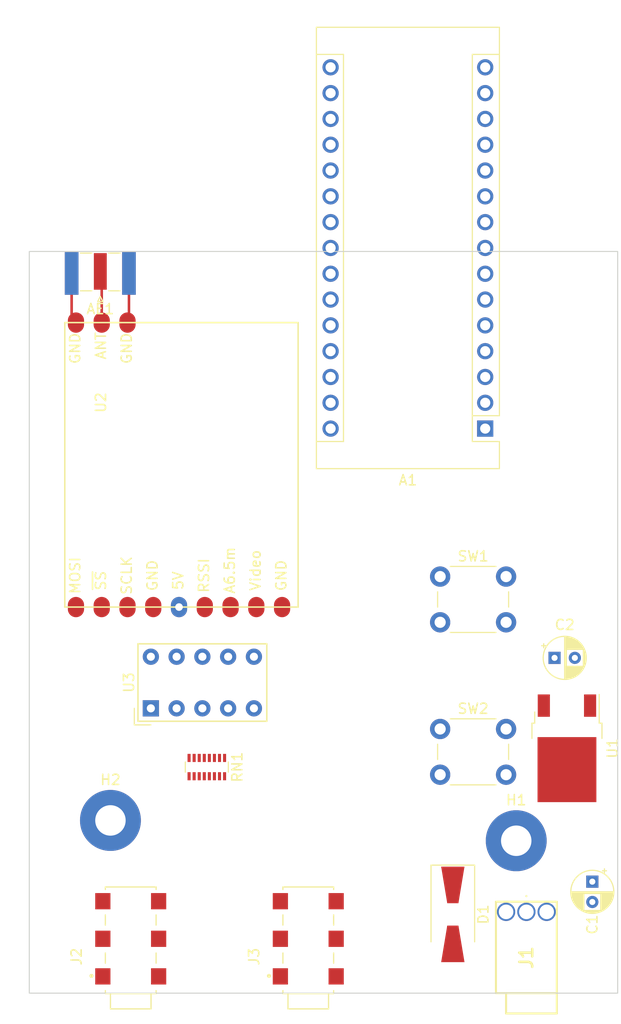
<source format=kicad_pcb>
(kicad_pcb (version 20221018) (generator pcbnew)
  (layers (0 "F.Cu" signal) (31 "B.Cu" signal) (34 "B.Paste" user) (35 "F.Paste" user) (36 "B.SilkS" user "B.Silkscreen") (37 "F.SilkS" user "F.Silkscreen") (38 "B.Mask" user) (39 "F.Mask" user) (44 "Edge.Cuts" user))
  (net 0 "")
  (net 1 "/TX")
  (net 2 "/RX")
  (net 5 "/SW1")
  (net 6 "/SW2")
  (net 7 "/RSSI_out")
  (net 9 "/7seg_a")
  (net 10 "/7seg_b")
  (net 11 "/7seg_c")
  (net 12 "/7seg_d")
  (net 13 "/MOSI")
  (net 14 "/RX5808_CS")
  (net 15 "/CLK")
  (net 16 "/7seg_dp")
  (net 19 "/7seg_e")
  (net 20 "/7seg_f")
  (net 21 "/7seg_g")
  (net 22 "/7seg_d0")
  (net 23 "/7seg_d1")
  (net 26 "/RSSI")
  (net 27 "+5V")
  (net 31 "Net-(AE1-Pad1)")
  (net 32 "Net-(AE1-Pad2)")
  (net 33 "Net-(C1-Pad1)")
  (net 34 "GND")
  (net 35 "+BATT")
  (net 36 "Net-(RN1-Pad1)")
  (net 37 "Net-(RN1-Pad2)")
  (net 38 "Net-(RN1-Pad3)")
  (net 39 "Net-(RN1-Pad4)")
  (net 40 "Net-(RN1-Pad5)")
  (net 41 "Net-(RN1-Pad6)")
  (net 42 "Net-(RN1-Pad7)")
  (net 43 "Net-(RN1-Pad8)")
  (net 44 "/7seg_d2")
  (footprint "Display_7Segment:HDSP-7401" (layer "F.Cu") (at 210.9825 97.9675 90)
    (fp_text reference "U3" (at 2.54 -2.159 90) (layer "F.SilkS"))
    (fp_text value "D2821ASR")
    (fp_line (start -1.63 -1.63) (end 0 -1.63) (stroke (width 0.12)) (layer "F.SilkS"))
    (fp_line (start -1.63 0) (end -1.63 -1.63) (stroke (width 0.12)) (layer "F.SilkS"))
    (fp_line (start -1.27 -1.27) (end -1.27 11.43) (stroke (width 0.15)) (layer "F.SilkS"))
    (fp_line (start -1.27 11.43) (end 6.35 11.43) (stroke (width 0.15)) (layer "F.SilkS"))
    (fp_line (start 6.35 -1.27) (end -1.27 -1.27) (stroke (width 0.15)) (layer "F.SilkS"))
    (fp_line (start 6.35 11.43) (end 6.35 -1.27) (stroke (width 0.15)) (layer "F.SilkS"))
    (pad "1" thru_hole rect locked (at 0 0 90) (size 1.6 1.6) (drill 0.8) (layers "*.Cu" "*.Mask") (net 39 "Net-(RN1-Pad4)"))
    (pad "2" thru_hole circle locked (at 0 2.54 90) (size 1.6 1.6) (drill 0.8) (layers "*.Cu" "*.Mask") (net 40 "Net-(RN1-Pad5)"))
    (pad "3" thru_hole circle locked (at 0 5.08 90) (size 1.6 1.6) (drill 0.8) (layers "*.Cu" "*.Mask") (net 41 "Net-(RN1-Pad6)"))
    (pad "4" thru_hole circle locked (at 0 7.62 90) (size 1.6 1.6) (drill 0.8) (layers "*.Cu" "*.Mask") (net 37 "Net-(RN1-Pad2)"))
    (pad "5" thru_hole circle locked (at 0 10.16 90) (size 1.6 1.6) (drill 0.8) (layers "*.Cu" "*.Mask") (net 36 "Net-(RN1-Pad1)"))
    (pad "6" thru_hole circle locked (at 5.08 10.16 90) (size 1.6 1.6) (drill 0.8) (layers "*.Cu" "*.Mask") (net 44 "/7seg_d2"))
    (pad "7" thru_hole circle locked (at 5.08 7.62 90) (size 1.6 1.6) (drill 0.8) (layers "*.Cu" "*.Mask") (net 43 "Net-(RN1-Pad8)"))
    (pad "8" thru_hole circle locked (at 5.08 5.08 90) (size 1.6 1.6) (drill 0.8) (layers "*.Cu" "*.Mask") (net 42 "Net-(RN1-Pad7)"))
    (pad "9" thru_hole circle locked (at 5.08 2.54 90) (size 1.6 1.6) (drill 0.8) (layers "*.Cu" "*.Mask") (net 23 "/7seg_d1"))
    (pad "10" thru_hole circle locked (at 5.08 0 90) (size 1.6 1.6) (drill 0.8) (layers "*.Cu" "*.Mask") (net 38 "Net-(RN1-Pad3)"))
  )
  (footprint "RX5808:CUI_SJ2-25414D-SMT-TR" (layer "F.Cu") (at 209 120.75 90)
    (fp_text reference "J2" (at -1.6537 -5.34267 90) (layer "F.SilkS") (effects (font (size 1.001622 1.001622))))
    (fp_text value "SJ2-25414D-SMT-TR")
    (fp_line (start -6.8 -2) (end -6.8 2) (stroke (width 0.127)) (layer "F.SilkS"))
    (fp_line (start -6.8 2) (end -5.3 2) (stroke (width 0.127)) (layer "F.SilkS"))
    (fp_line (start -5.3 -2.5) (end -5 -2.5) (stroke (width 0.127)) (layer "F.SilkS"))
    (fp_line (start -5.3 -2) (end -6.8 -2) (stroke (width 0.127)) (layer "F.SilkS"))
    (fp_line (start -5.3 -2) (end -5.3 -2.5) (stroke (width 0.127)) (layer "F.SilkS"))
    (fp_line (start -5.3 2) (end -5.3 -2) (stroke (width 0.127)) (layer "F.SilkS"))
    (fp_line (start -5.3 2.5) (end -5.3 2) (stroke (width 0.127)) (layer "F.SilkS"))
    (fp_line (start -5.3 2.5) (end -5 2.5) (stroke (width 0.127)) (layer "F.SilkS"))
    (fp_line (start -2.3 -2.5) (end -1.3 -2.5) (stroke (width 0.127)) (layer "F.SilkS"))
    (fp_line (start -2.3 2.5) (end -1.3 2.5) (stroke (width 0.127)) (layer "F.SilkS"))
    (fp_line (start 1.45 -2.5) (end 2.45 -2.5) (stroke (width 0.127)) (layer "F.SilkS"))
    (fp_line (start 1.45 2.5) (end 2.45 2.5) (stroke (width 0.127)) (layer "F.SilkS"))
    (fp_line (start 4.95 -2.5) (end 5.2 -2.5) (stroke (width 0.127)) (layer "F.SilkS"))
    (fp_line (start 4.95 2.5) (end 5.2 2.5) (stroke (width 0.127)) (layer "F.SilkS"))
    (fp_line (start 5.2 -2.5) (end 5.2 2.5) (stroke (width 0.127)) (layer "F.SilkS"))
    (fp_circle (center -3.55 -3.873) (end -3.45 -3.873) (stroke (width 0.2)) (fill none) (layer "F.SilkS"))
    (pad "" np_thru_hole circle (at -2.5 0 90) (size 1.5 1.5) (drill 1.5) (layers "*.Cu" "*.Mask"))
    (pad "" np_thru_hole circle (at 2.5 0 90) (size 1.5 1.5) (drill 1.5) (layers "*.Cu" "*.Mask"))
    (pad "1" smd rect (at -3.6 -2.75 90) (size 1.6 1.5) (layers "F.Cu" "F.Paste" "F.Mask"))
    (pad "2" smd rect (at 0.1 2.75 90) (size 1.6 1.5) (layers "F.Cu" "F.Paste" "F.Mask"))
    (pad "3" smd rect (at 0.1 -2.75 90) (size 1.6 1.5) (layers "F.Cu" "F.Paste" "F.Mask"))
    (pad "4" smd rect (at -3.6 2.75 90) (size 1.6 1.5) (layers "F.Cu" "F.Paste" "F.Mask"))
    (pad "10" smd rect (at 3.8 2.75 90) (size 1.6 1.5) (layers "F.Cu" "F.Paste" "F.Mask"))
    (pad "11" smd rect (at 3.8 -2.75 90) (size 1.6 1.5) (layers "F.Cu" "F.Paste" "F.Mask"))
  )
  (footprint "RX5808:RX5808" (layer "F.Cu") (at 202.5 60 -90)
    (fp_text reference "U2" (at 7.874 -3.556 90) (layer "F.SilkS"))
    (fp_text value "RX5808")
    (fp_text user "GND" (at 2.54 -1.016 90) (layer "F.SilkS"))
    (fp_text user "GND" (at 2.54 -6.096 90) (layer "F.SilkS"))
    (fp_text user "A6.5m" (at 24.384 -16.256 90) (layer "F.SilkS"))
    (fp_text user "~{SS}" (at 25.4 -3.556 90) (layer "F.SilkS"))
    (fp_text user "GND" (at 24.892 -8.636 90) (layer "F.SilkS"))
    (fp_text user "MOSI" (at 24.892 -1.016 90) (layer "F.SilkS"))
    (fp_text user "ANT" (at 2.286 -3.556 90) (layer "F.SilkS"))
    (fp_text user "SCLK" (at 24.892 -6.096 90) (layer "F.SilkS"))
    (fp_text user "RSSI" (at 24.892 -13.716 90) (layer "F.SilkS"))
    (fp_text user "Video" (at 24.384 -18.796 90) (layer "F.SilkS"))
    (fp_text user "5V" (at 25.4 -11.176 90) (layer "F.SilkS"))
    (fp_text user "GND" (at 24.892 -21.336 90) (layer "F.SilkS"))
    (fp_line (start 0 -23) (end 0 0) (stroke (width 0.15)) (layer "F.SilkS"))
    (fp_line (start 0 0) (end 28 0) (stroke (width 0.15)) (layer "F.SilkS"))
    (fp_line (start 28 -23) (end 0 -23) (stroke (width 0.15)) (layer "F.SilkS"))
    (fp_line (start 28 0) (end 28 -23) (stroke (width 0.15)) (layer "F.SilkS"))
    (pad "1" smd oval locked (at 28 -21.42 270) (size 2 1.6) (layers "F.Cu" "F.Paste" "F.Mask") (net 34 "GND"))
    (pad "2" smd oval locked (at 28 -18.88 270) (size 2 1.6) (layers "F.Cu" "F.Paste" "F.Mask"))
    (pad "3" smd oval locked (at 28 -16.34 270) (size 2 1.6) (layers "F.Cu" "F.Paste" "F.Mask"))
    (pad "4" smd oval locked (at 28 -13.8 270) (size 2 1.6) (layers "F.Cu" "F.Paste" "F.Mask") (net 26 "/RSSI"))
    (pad "5" thru_hole oval locked (at 28 -11.26 270) (size 2 1.6) (drill oval 0.75) (layers "*.Cu" "*.Mask") (net 27 "+5V"))
    (pad "6" smd oval locked (at 28 -8.72 270) (size 2 1.6) (layers "F.Cu" "F.Paste" "F.Mask") (net 34 "GND"))
    (pad "7" smd oval locked (at 28 -6.18 270) (size 2 1.6) (layers "F.Cu" "F.Paste" "F.Mask") (net 15 "/CLK"))
    (pad "8" smd oval locked (at 28 -3.64 270) (size 2 1.6) (layers "F.Cu" "F.Paste" "F.Mask") (net 14 "/RX5808_CS"))
    (pad "9" smd oval locked (at 28 -1.1 270) (size 2 1.6) (layers "F.Cu" "F.Paste" "F.Mask") (net 13 "/MOSI"))
    (pad "10" smd oval locked (at 0 -6.18 270) (size 2 1.6) (layers "F.Cu" "F.Paste" "F.Mask") (net 32 "Net-(AE1-Pad2)"))
    (pad "11" smd oval locked (at 0 -3.64 270) (size 2 1.6) (layers "F.Cu" "F.Paste" "F.Mask") (net 31 "Net-(AE1-Pad1)"))
    (pad "12" smd oval locked (at 0 -1.1 270) (size 2 1.6) (layers "F.Cu" "F.Paste" "F.Mask") (net 32 "Net-(AE1-Pad2)"))
  )
  (footprint "Connector_Coaxial:SMA_Samtec_SMA-J-P-X-ST-EM1_EdgeMount" (layer "F.Cu") (at 206 55.1625 180)
    (fp_text reference "AE1" (at 0 -3.5) (layer "F.SilkS"))
    (fp_text value "Antenna_Shield")
    (fp_line (start -1.95 -1.71) (end -0.84 -1.71) (stroke (width 0.12)) (layer "F.SilkS"))
    (fp_line (start -1.95 2) (end -0.84 2) (stroke (width 0.12)) (layer "F.SilkS"))
    (fp_line (start -0.25 -2.76) (end 0 -2.26) (stroke (width 0.12)) (layer "F.SilkS"))
    (fp_line (start 0 -2.26) (end 0.25 -2.76) (stroke (width 0.12)) (layer "F.SilkS"))
    (fp_line (start 0.25 -2.76) (end -0.25 -2.76) (stroke (width 0.12)) (layer "F.SilkS"))
    (fp_line (start 0.84 -1.71) (end 1.95 -1.71) (stroke (width 0.12)) (layer "F.SilkS"))
    (fp_line (start 0.84 2) (end 1.95 2) (stroke (width 0.12)) (layer "F.SilkS"))
    (pad "1" smd rect locked (at 0 0.2 180) (size 1.27 3.6) (layers "F.Cu" "F.Paste" "F.Mask") (net 31 "Net-(AE1-Pad1)"))
    (pad "2" smd rect locked (at -2.825 0 180) (size 1.35 4.2) (layers "F.Cu" "F.Paste" "F.Mask") (net 32 "Net-(AE1-Pad2)"))
    (pad "2" smd rect locked (at -2.825 0 180) (size 1.35 4.2) (layers "B.Cu" "B.Paste" "B.Mask") (net 32 "Net-(AE1-Pad2)"))
    (pad "2" smd rect locked (at 2.825 0 180) (size 1.35 4.2) (layers "F.Cu" "F.Paste" "F.Mask") (net 32 "Net-(AE1-Pad2)"))
    (pad "2" smd rect locked (at 2.825 0 180) (size 1.35 4.2) (layers "B.Cu" "B.Paste" "B.Mask") (net 32 "Net-(AE1-Pad2)"))
  )
  (footprint "Capacitor_THT:CP_Radial_D4.0mm_P2.00mm" (layer "F.Cu") (at 254.5 115.027401 -90)
    (fp_text reference "C1" (at 4.222599 0 90) (layer "F.SilkS"))
    (fp_text value "47u16V")
    (fp_line (start -1.269801 -1.195) (end -0.869801 -1.195) (stroke (width 0.12)) (layer "F.SilkS"))
    (fp_line (start -1.069801 -1.395) (end -1.069801 -0.995) (stroke (width 0.12)) (layer "F.SilkS"))
    (fp_line (start 1 -2.08) (end 1 2.08) (stroke (width 0.12)) (layer "F.SilkS"))
    (fp_line (start 1.04 -2.08) (end 1.04 2.08) (stroke (width 0.12)) (layer "F.SilkS"))
    (fp_line (start 1.08 -2.079) (end 1.08 2.079) (stroke (width 0.12)) (layer "F.SilkS"))
    (fp_line (start 1.12 -2.077) (end 1.12 2.077) (stroke (width 0.12)) (layer "F.SilkS"))
    (fp_line (start 1.16 -2.074) (end 1.16 2.074) (stroke (width 0.12)) (layer "F.SilkS"))
    (fp_line (start 1.2 -2.071) (end 1.2 -0.84) (stroke (width 0.12)) (layer "F.SilkS"))
    (fp_line (start 1.2 0.84) (end 1.2 2.071) (stroke (width 0.12)) (layer "F.SilkS"))
    (fp_line (start 1.24 -2.067) (end 1.24 -0.84) (stroke (width 0.12)) (layer "F.SilkS"))
    (fp_line (start 1.24 0.84) (end 1.24 2.067) (stroke (width 0.12)) (layer "F.SilkS"))
    (fp_line (start 1.28 -2.062) (end 1.28 -0.84) (stroke (width 0.12)) (layer "F.SilkS"))
    (fp_line (start 1.28 0.84) (end 1.28 2.062) (stroke (width 0.12)) (layer "F.SilkS"))
    (fp_line (start 1.32 -2.056) (end 1.32 -0.84) (stroke (width 0.12)) (layer "F.SilkS"))
    (fp_line (start 1.32 0.84) (end 1.32 2.056) (stroke (width 0.12)) (layer "F.SilkS"))
    (fp_line (start 1.36 -2.05) (end 1.36 -0.84) (stroke (width 0.12)) (layer "F.SilkS"))
    (fp_line (start 1.36 0.84) (end 1.36 2.05) (stroke (width 0.12)) (layer "F.SilkS"))
    (fp_line (start 1.4 -2.042) (end 1.4 -0.84) (stroke (width 0.12)) (layer "F.SilkS"))
    (fp_line (start 1.4 0.84) (end 1.4 2.042) (stroke (width 0.12)) (layer "F.SilkS"))
    (fp_line (start 1.44 -2.034) (end 1.44 -0.84) (stroke (width 0.12)) (layer "F.SilkS"))
    (fp_line (start 1.44 0.84) (end 1.44 2.034) (stroke (width 0.12)) (layer "F.SilkS"))
    (fp_line (start 1.48 -2.025) (end 1.48 -0.84) (stroke (width 0.12)) (layer "F.SilkS"))
    (fp_line (start 1.48 0.84) (end 1.48 2.025) (stroke (width 0.12)) (layer "F.SilkS"))
    (fp_line (start 1.52 -2.016) (end 1.52 -0.84) (stroke (width 0.12)) (layer "F.SilkS"))
    (fp_line (start 1.52 0.84) (end 1.52 2.016) (stroke (width 0.12)) (layer "F.SilkS"))
    (fp_line (start 1.56 -2.005) (end 1.56 -0.84) (stroke (width 0.12)) (layer "F.SilkS"))
    (fp_line (start 1.56 0.84) (end 1.56 2.005) (stroke (width 0.12)) (layer "F.SilkS"))
    (fp_line (start 1.6 -1.994) (end 1.6 -0.84) (stroke (width 0.12)) (layer "F.SilkS"))
    (fp_line (start 1.6 0.84) (end 1.6 1.994) (stroke (width 0.12)) (layer "F.SilkS"))
    (fp_line (start 1.64 -1.982) (end 1.64 -0.84) (stroke (width 0.12)) (layer "F.SilkS"))
    (fp_line (start 1.64 0.84) (end 1.64 1.982) (stroke (width 0.12)) (layer "F.SilkS"))
    (fp_line (start 1.68 -1.968) (end 1.68 -0.84) (stroke (width 0.12)) (layer "F.SilkS"))
    (fp_line (start 1.68 0.84) (end 1.68 1.968) (stroke (width 0.12)) (layer "F.SilkS"))
    (fp_line (start 1.721 -1.954) (end 1.721 -0.84) (stroke (width 0.12)) (layer "F.SilkS"))
    (fp_line (start 1.721 0.84) (end 1.721 1.954) (stroke (width 0.12)) (layer "F.SilkS"))
    (fp_line (start 1.761 -1.94) (end 1.761 -0.84) (stroke (width 0.12)) (layer "F.SilkS"))
    (fp_line (start 1.761 0.84) (end 1.761 1.94) (stroke (width 0.12)) (layer "F.SilkS"))
    (fp_line (start 1.801 -1.924) (end 1.801 -0.84) (stroke (width 0.12)) (layer "F.SilkS"))
    (fp_line (start 1.801 0.84) (end 1.801 1.924) (stroke (width 0.12)) (layer "F.SilkS"))
    (fp_line (start 1.841 -1.907) (end 1.841 -0.84) (stroke (width 0.12)) (layer "F.SilkS"))
    (fp_line (start 1.841 0.84) (end 1.841 1.907) (stroke (width 0.12)) (layer "F.SilkS"))
    (fp_line (start 1.881 -1.889) (end 1.881 -0.84) (stroke (width 0.12)) (layer "F.SilkS"))
    (fp_line (start 1.881 0.84) (end 1.881 1.889) (stroke (width 0.12)) (layer "F.SilkS"))
    (fp_line (start 1.921 -1.87) (end 1.921 -0.84) (stroke (width 0.12)) (layer "F.SilkS"))
    (fp_line (start 1.921 0.84) (end 1.921 1.87) (stroke (width 0.12)) (layer "F.SilkS"))
    (fp_line (start 1.961 -1.851) (end 1.961 -0.84) (stroke (width 0.12)) (layer "F.SilkS"))
    (fp_line (start 1.961 0.84) (end 1.961 1.851) (stroke (width 0.12)) (layer "F.SilkS"))
    (fp_line (start 2.001 -1.83) (end 2.001 -0.84) (stroke (width 0.12)) (layer "F.SilkS"))
    (fp_line (start 2.001 0.84) (end 2.001 1.83) (stroke (width 0.12)) (layer "F.SilkS"))
    (fp_line (start 2.041 -1.808) (end 2.041 -0.84) (stroke (width 0.12)) (layer "F.SilkS"))
    (fp_line (start 2.041 0.84) (end 2.041 1.808) (stroke (width 0.12)) (layer "F.SilkS"))
    (fp_line (start 2.081 -1.785) (end 2.081 -0.84) (stroke (width 0.12)) (layer "F.SilkS"))
    (fp_line (start 2.081 0.84) (end 2.081 1.785) (stroke (width 0.12)) (layer "F.SilkS"))
    (fp_line (start 2.121 -1.76) (end 2.121 -0.84) (stroke (width 0.12)) (layer "F.SilkS"))
    (fp_line (start 2.121 0.84) (end 2.121 1.76) (stroke (width 0.12)) (layer "F.SilkS"))
    (fp_line (start 2.161 -1.735) (end 2.161 -0.84) (stroke (width 0.12)) (layer "F.SilkS"))
    (fp_line (start 2.161 0.84) (end 2.161 1.735) (stroke (width 0.12)) (layer "F.SilkS"))
    (fp_line (start 2.201 -1.708) (end 2.201 -0.84) (stroke (width 0.12)) (layer "F.SilkS"))
    (fp_line (start 2.201 0.84) (end 2.201 1.708) (stroke (width 0.12)) (layer "F.SilkS"))
    (fp_line (start 2.241 -1.68) (end 2.241 -0.84) (stroke (width 0.12)) (layer "F.SilkS"))
    (fp_line (start 2.241 0.84) (end 2.241 1.68) (stroke (width 0.12)) (layer "F.SilkS"))
    (fp_line (start 2.281 -1.65) (end 2.281 -0.84) (stroke (width 0.12)) (layer "F.SilkS"))
    (fp_line (start 2.281 0.84) (end 2.281 1.65) (stroke (width 0.12)) (layer "F.SilkS"))
    (fp_line (start 2.321 -1.619) (end 2.321 -0.84) (stroke (width 0.12)) (layer "F.SilkS"))
    (fp_line (start 2.321 0.84) (end 2.321 1.619) (stroke (width 0.12)) (layer "F.SilkS"))
    (fp_line (start 2.361 -1.587) (end 2.361 -0.84) (stroke (width 0.12)) (layer "F.SilkS"))
    (fp_line (start 2.361 0.84) (end 2.361 1.587) (stroke (width 0.12)) (layer "F.SilkS"))
    (fp_line (start 2.401 -1.552) (end 2.401 -0.84) (stroke (width 0.12)) (layer "F.SilkS"))
    (fp_line (start 2.401 0.84) (end 2.401 1.552) (stroke (width 0.12)) (layer "F.SilkS"))
    (fp_line (start 2.441 -1.516) (end 2.441 -0.84) (stroke (width 0.12)) (layer "F.SilkS"))
    (fp_line (start 2.441 0.84) (end 2.441 1.516) (stroke (width 0.12)) (layer "F.SilkS"))
    (fp_line (start 2.481 -1.478) (end 2.481 -0.84) (stroke (width 0.12)) (layer "F.SilkS"))
    (fp_line (start 2.481 0.84) (end 2.481 1.478) (stroke (width 0.12)) (layer "F.SilkS"))
    (fp_line (start 2.521 -1.438) (end 2.521 -0.84) (stroke (width 0.12)) (layer "F.SilkS"))
    (fp_line (start 2.521 0.84) (end 2.521 1.438) (stroke (width 0.12)) (layer "F.SilkS"))
    (fp_line (start 2.561 -1.396) (end 2.561 -0.84) (stroke (width 0.12)) (layer "F.SilkS"))
    (fp_line (start 2.561 0.84) (end 2.561 1.396) (stroke (width 0.12)) (layer "F.SilkS"))
    (fp_line (start 2.601 -1.351) (end 2.601 -0.84) (stroke (width 0.12)) (layer "F.SilkS"))
    (fp_line (start 2.601 0.84) (end 2.601 1.351) (stroke (width 0.12)) (layer "F.SilkS"))
    (fp_line (start 2.641 -1.304) (end 2.641 -0.84) (stroke (width 0.12)) (layer "F.SilkS"))
    (fp_line (start 2.641 0.84) (end 2.641 1.304) (stroke (width 0.12)) (layer "F.SilkS"))
    (fp_line (start 2.681 -1.254) (end 2.681 -0.84) (stroke (width 0.12)) (layer "F.SilkS"))
    (fp_line (start 2.681 0.84) (end 2.681 1.254) (stroke (width 0.12)) (layer "F.SilkS"))
    (fp_line (start 2.721 -1.2) (end 2.721 -0.84) (stroke (width 0.12)) (layer "F.SilkS"))
    (fp_line (start 2.721 0.84) (end 2.721 1.2) (stroke (width 0.12)) (layer "F.SilkS"))
    (fp_line (start 2.761 -1.142) (end 2.761 -0.84) (stroke (width 0.12)) (layer "F.SilkS"))
    (fp_line (start 2.761 0.84) (end 2.761 1.142) (stroke (width 0.12)) (layer "F.SilkS"))
    (fp_line (start 2.801 -1.08) (end 2.801 -0.84) (stroke (width 0.12)) (layer "F.SilkS"))
    (fp_line (start 2.801 0.84) (end 2.801 1.08) (stroke (width 0.12)) (layer "F.SilkS"))
    (fp_line (start 2.841 -1.013) (end 2.841 1.013) (stroke (width 0.12)) (layer "F.SilkS"))
    (fp_line (start 2.881 -0.94) (end 2.881 0.94) (stroke (width 0.12)) (layer "F.SilkS"))
    (fp_line (start 2.921 -0.859) (end 2.921 0.859) (stroke (width 0.12)) (layer "F.SilkS"))
    (fp_line (start 2.961 -0.768) (end 2.961 0.768) (stroke (width 0.12)) (layer "F.SilkS"))
    (fp_line (start 3.001 -0.664) (end 3.001 0.664) (stroke (width 0.12)) (layer "F.SilkS"))
    (fp_line (start 3.041 -0.537) (end 3.041 0.537) (stroke (width 0.12)) (layer "F.SilkS"))
    (fp_line (start 3.081 -0.37) (end 3.081 0.37) (stroke (width 0.12)) (layer "F.SilkS"))
    (fp_circle (center 1 0) (end 3.12 0) (stroke (width 0.12)) (fill none) (layer "F.SilkS"))
    (pad "1" thru_hole rect (at 0 0 270) (size 1.2 1.2) (drill 0.6) (layers "*.Cu" "*.Mask") (net 33 "Net-(C1-Pad1)"))
    (pad "2" thru_hole circle (at 2 0 270) (size 1.2 1.2) (drill 0.6) (layers "*.Cu" "*.Mask") (net 34 "GND"))
  )
  (footprint "RX5808:PJ040CH" (layer "F.Cu") (at 248 118 90)
    (fp_text reference "J1" (at -4.5 0 90) (layer "F.SilkS") (effects (font (size 1.27 1.27) (thickness 0.254))))
    (fp_text value "Barrel_Jack" hide)
    (fp_line (start -10 -2) (end -8 -2) (stroke (width 0.2)) (layer "F.SilkS"))
    (fp_line (start -10 3) (end -10 -2) (stroke (width 0.2)) (layer "F.SilkS"))
    (fp_line (start -8 -3) (end 1 -3) (stroke (width 0.2)) (layer "F.SilkS"))
    (fp_line (start -8 -2) (end -8 3) (stroke (width 0.2)) (layer "F.SilkS"))
    (fp_line (start -8 3) (end -10 3) (stroke (width 0.2)) (layer "F.SilkS"))
    (fp_line (start -8 3) (end -8 -3) (stroke (width 0.2)) (layer "F.SilkS"))
    (fp_line (start 1 -3) (end 1 3) (stroke (width 0.2)) (layer "F.SilkS"))
    (fp_line (start 1 3) (end -8 3) (stroke (width 0.2)) (layer "F.SilkS"))
    (fp_line (start 1.5 0) (end 1.5 0) (stroke (width 0.1)) (layer "F.SilkS"))
    (fp_line (start 1.6 0) (end 1.6 0) (stroke (width 0.1)) (layer "F.SilkS"))
    (fp_arc (start 1.5 0) (mid 1.55 -0.05) (end 1.6 0) (stroke (width 0.1)) (layer "F.SilkS"))
    (fp_arc (start 1.6 0) (mid 1.55 0.05) (end 1.5 0) (stroke (width 0.1)) (layer "F.SilkS"))
    (pad "" np_thru_hole circle locked (at -6 -2 90) (size 1.3 1.3) (drill 1.3) (layers "*.Cu" "*.Mask"))
    (pad "" np_thru_hole circle locked (at -6 2 90) (size 1.3 1.3) (drill 1.3) (layers "*.Cu" "*.Mask"))
    (pad "1" thru_hole circle locked (at 0 0 90) (size 1.8 1.8) (drill 1.44) (layers "*.Cu" "*.Mask") (net 35 "+BATT"))
    (pad "2" thru_hole circle locked (at 0 2 90) (size 1.8 1.8) (drill 1.44) (layers "*.Cu" "*.Mask") (net 34 "GND"))
    (pad "3" thru_hole circle locked (at 0 -2 90) (size 1.8 1.8) (drill 1.44) (layers "*.Cu" "*.Mask") (net 34 "GND"))
  )
  (footprint "Button_Switch_THT:SW_PUSH_6mm_H13mm" (layer "F.Cu") (at 239.5 100)
    (fp_text reference "SW2" (at 3.25 -2) (layer "F.SilkS"))
    (fp_text value "SW_Push")
    (fp_line (start -0.25 1.5) (end -0.25 3) (stroke (width 0.12)) (layer "F.SilkS"))
    (fp_line (start 1 5.5) (end 5.5 5.5) (stroke (width 0.12)) (layer "F.SilkS"))
    (fp_line (start 5.5 -1) (end 1 -1) (stroke (width 0.12)) (layer "F.SilkS"))
    (fp_line (start 6.75 3) (end 6.75 1.5) (stroke (width 0.12)) (layer "F.SilkS"))
    (pad "1" thru_hole circle locked (at 0 0 90) (size 2 2) (drill 1.1) (layers "*.Cu" "*.Mask") (net 5 "/SW1"))
    (pad "1" thru_hole circle locked (at 6.5 0 90) (size 2 2) (drill 1.1) (layers "*.Cu" "*.Mask") (net 5 "/SW1"))
    (pad "2" thru_hole circle locked (at 0 4.5 90) (size 2 2) (drill 1.1) (layers "*.Cu" "*.Mask") (net 34 "GND"))
    (pad "2" thru_hole circle locked (at 6.5 4.5 90) (size 2 2) (drill 1.1) (layers "*.Cu" "*.Mask") (net 34 "GND"))
  )
  (footprint "MountingHole:MountingHole_3mm_Pad" (layer "F.Cu") (at 247 111)
    (fp_text reference "H1" (at 0 -4) (layer "F.SilkS"))
    (fp_text value "MountingHole_Pad")
    (pad "1" thru_hole circle (at 0 0) (size 6 6) (drill 3) (layers "*.Cu" "*.Mask") (net 34 "GND"))
  )
  (footprint "MountingHole:MountingHole_3mm_Pad" (layer "F.Cu") (at 207 109)
    (fp_text reference "H2" (at 0 -4) (layer "F.SilkS"))
    (fp_text value "MountingHole_Pad")
    (pad "1" thru_hole circle (at 0 0) (size 6 6) (drill 3) (layers "*.Cu" "*.Mask") (net 34 "GND"))
  )
  (footprint "RX5808:CUI_SJ2-25414D-SMT-TR" (layer "F.Cu") (at 226.5 120.75 90)
    (fp_text reference "J3" (at -1.6537 -5.34267 90) (layer "F.SilkS") (effects (font (size 1.001622 1.001622))))
    (fp_text value "SJ2-25414D-SMT-TR")
    (fp_line (start -6.8 -2) (end -6.8 2) (stroke (width 0.127)) (layer "F.SilkS"))
    (fp_line (start -6.8 2) (end -5.3 2) (stroke (width 0.127)) (layer "F.SilkS"))
    (fp_line (start -5.3 -2.5) (end -5 -2.5) (stroke (width 0.127)) (layer "F.SilkS"))
    (fp_line (start -5.3 -2) (end -6.8 -2) (stroke (width 0.127)) (layer "F.SilkS"))
    (fp_line (start -5.3 -2) (end -5.3 -2.5) (stroke (width 0.127)) (layer "F.SilkS"))
    (fp_line (start -5.3 2) (end -5.3 -2) (stroke (width 0.127)) (layer "F.SilkS"))
    (fp_line (start -5.3 2.5) (end -5.3 2) (stroke (width 0.127)) (layer "F.SilkS"))
    (fp_line (start -5.3 2.5) (end -5 2.5) (stroke (width 0.127)) (layer "F.SilkS"))
    (fp_line (start -2.3 -2.5) (end -1.3 -2.5) (stroke (width 0.127)) (layer "F.SilkS"))
    (fp_line (start -2.3 2.5) (end -1.3 2.5) (stroke (width 0.127)) (layer "F.SilkS"))
    (fp_line (start 1.45 -2.5) (end 2.45 -2.5) (stroke (width 0.127)) (layer "F.SilkS"))
    (fp_line (start 1.45 2.5) (end 2.45 2.5) (stroke (width 0.127)) (layer "F.SilkS"))
    (fp_line (start 4.95 -2.5) (end 5.2 -2.5) (stroke (width 0.127)) (layer "F.SilkS"))
    (fp_line (start 4.95 2.5) (end 5.2 2.5) (stroke (width 0.127)) (layer "F.SilkS"))
    (fp_line (start 5.2 -2.5) (end 5.2 2.5) (stroke (width 0.127)) (layer "F.SilkS"))
    (fp_circle (center -3.55 -3.873) (end -3.45 -3.873) (stroke (width 0.2)) (fill none) (layer "F.SilkS"))
    (pad "" np_thru_hole circle (at -2.5 0 90) (size 1.5 1.5) (drill 1.5) (layers "*.Cu" "*.Mask"))
    (pad "" np_thru_hole circle (at 2.5 0 90) (size 1.5 1.5) (drill 1.5) (layers "*.Cu" "*.Mask"))
    (pad "1" smd rect (at -3.6 -2.75 90) (size 1.6 1.5) (layers "F.Cu" "F.Paste" "F.Mask"))
    (pad "2" smd rect (at 0.1 2.75 90) (size 1.6 1.5) (layers "F.Cu" "F.Paste" "F.Mask"))
    (pad "3" smd rect (at 0.1 -2.75 90) (size 1.6 1.5) (layers "F.Cu" "F.Paste" "F.Mask"))
    (pad "4" smd rect (at -3.6 2.75 90) (size 1.6 1.5) (layers "F.Cu" "F.Paste" "F.Mask"))
    (pad "10" smd rect (at 3.8 2.75 90) (size 1.6 1.5) (layers "F.Cu" "F.Paste" "F.Mask"))
    (pad "11" smd rect (at 3.8 -2.75 90) (size 1.6 1.5) (layers "F.Cu" "F.Paste" "F.Mask"))
  )
  (footprint "Capacitor_THT:CP_Radial_D4.0mm_P2.00mm" (layer "F.Cu") (at 250.777401 93)
    (fp_text reference "C2" (at 1 -3.25) (layer "F.SilkS"))
    (fp_text value "470u10V")
    (fp_line (start -1.269801 -1.195) (end -0.869801 -1.195) (stroke (width 0.12)) (layer "F.SilkS"))
    (fp_line (start -1.069801 -1.395) (end -1.069801 -0.995) (stroke (width 0.12)) (layer "F.SilkS"))
    (fp_line (start 1 -2.08) (end 1 2.08) (stroke (width 0.12)) (layer "F.SilkS"))
    (fp_line (start 1.04 -2.08) (end 1.04 2.08) (stroke (width 0.12)) (layer "F.SilkS"))
    (fp_line (start 1.08 -2.079) (end 1.08 2.079) (stroke (width 0.12)) (layer "F.SilkS"))
    (fp_line (start 1.12 -2.077) (end 1.12 2.077) (stroke (width 0.12)) (layer "F.SilkS"))
    (fp_line (start 1.16 -2.074) (end 1.16 2.074) (stroke (width 0.12)) (layer "F.SilkS"))
    (fp_line (start 1.2 -2.071) (end 1.2 -0.84) (stroke (width 0.12)) (layer "F.SilkS"))
    (fp_line (start 1.2 0.84) (end 1.2 2.071) (stroke (width 0.12)) (layer "F.SilkS"))
    (fp_line (start 1.24 -2.067) (end 1.24 -0.84) (stroke (width 0.12)) (layer "F.SilkS"))
    (fp_line (start 1.24 0.84) (end 1.24 2.067) (stroke (width 0.12)) (layer "F.SilkS"))
    (fp_line (start 1.28 -2.062) (end 1.28 -0.84) (stroke (width 0.12)) (layer "F.SilkS"))
    (fp_line (start 1.28 0.84) (end 1.28 2.062) (stroke (width 0.12)) (layer "F.SilkS"))
    (fp_line (start 1.32 -2.056) (end 1.32 -0.84) (stroke (width 0.12)) (layer "F.SilkS"))
    (fp_line (start 1.32 0.84) (end 1.32 2.056) (stroke (width 0.12)) (layer "F.SilkS"))
    (fp_line (start 1.36 -2.05) (end 1.36 -0.84) (stroke (width 0.12)) (layer "F.SilkS"))
    (fp_line (start 1.36 0.84) (end 1.36 2.05) (stroke (width 0.12)) (layer "F.SilkS"))
    (fp_line (start 1.4 -2.042) (end 1.4 -0.84) (stroke (width 0.12)) (layer "F.SilkS"))
    (fp_line (start 1.4 0.84) (end 1.4 2.042) (stroke (width 0.12)) (layer "F.SilkS"))
    (fp_line (start 1.44 -2.034) (end 1.44 -0.84) (stroke (width 0.12)) (layer "F.SilkS"))
    (fp_line (start 1.44 0.84) (end 1.44 2.034) (stroke (width 0.12)) (layer "F.SilkS"))
    (fp_line (start 1.48 -2.025) (end 1.48 -0.84) (stroke (width 0.12)) (layer "F.SilkS"))
    (fp_line (start 1.48 0.84) (end 1.48 2.025) (stroke (width 0.12)) (layer "F.SilkS"))
    (fp_line (start 1.52 -2.016) (end 1.52 -0.84) (stroke (width 0.12)) (layer "F.SilkS"))
    (fp_line (start 1.52 0.84) (end 1.52 2.016) (stroke (width 0.12)) (layer "F.SilkS"))
    (fp_line (start 1.56 -2.005) (end 1.56 -0.84) (stroke (width 0.12)) (layer "F.SilkS"))
    (fp_line (start 1.56 0.84) (end 1.56 2.005) (stroke (width 0.12)) (layer "F.SilkS"))
    (fp_line (start 1.6 -1.994) (end 1.6 -0.84) (stroke (width 0.12)) (layer "F.SilkS"))
    (fp_line (start 1.6 0.84) (end 1.6 1.994) (stroke (width 0.12)) (layer "F.SilkS"))
    (fp_line (start 1.64 -1.982) (end 1.64 -0.84) (stroke (width 0.12)) (layer "F.SilkS"))
    (fp_line (start 1.64 0.84) (end 1.64 1.982) (stroke (width 0.12)) (layer "F.SilkS"))
    (fp_line (start 1.68 -1.968) (end 1.68 -0.84) (stroke (width 0.12)) (layer "F.SilkS"))
    (fp_line (start 1.68 0.84) (end 1.68 1.968) (stroke (width 0.12)) (layer "F.SilkS"))
    (fp_line (start 1.721 -1.954) (end 1.721 -0.84) (stroke (width 0.12)) (layer "F.SilkS"))
    (fp_line (start 1.721 0.84) (end 1.721 1.954) (stroke (width 0.12)) (layer "F.SilkS"))
    (fp_line (start 1.761 -1.94) (end 1.761 -0.84) (stroke (width 0.12)) (layer "F.SilkS"))
    (fp_line (start 1.761 0.84) (end 1.761 1.94) (stroke (width 0.12)) (layer "F.SilkS"))
    (fp_line (start 1.801 -1.924) (end 1.801 -0.84) (stroke (width 0.12)) (layer "F.SilkS"))
    (fp_line (start 1.801 0.84) (end 1.801 1.924) (stroke (width 0.12)) (layer "F.SilkS"))
    (fp_line (start 1.841 -1.907) (end 1.841 -0.84) (stroke (width 0.12)) (layer "F.SilkS"))
    (fp_line (start 1.841 0.84) (end 1.841 1.907) (stroke (width 0.12)) (layer "F.SilkS"))
    (fp_line (start 1.881 -1.889) (end 1.881 -0.84) (stroke (width 0.12)) (layer "F.SilkS"))
    (fp_line (start 1.881 0.84) (end 1.881 1.889) (stroke (width 0.12)) (layer "F.SilkS"))
    (fp_line (start 1.921 -1.87) (end 1.921 -0.84) (stroke (width 0.12)) (layer "F.SilkS"))
    (fp_line (start 1.921 0.84) (end 1.921 1.87) (stroke (width 0.12)) (layer "F.SilkS"))
    (fp_line (start 1.961 -1.851) (end 1.961 -0.84) (stroke (width 0.12)) (layer "F.SilkS"))
    (fp_line (start 1.961 0.84) (end 1.961 1.851) (stroke (width 0.12)) (layer "F.SilkS"))
    (fp_line (start 2.001 -1.83) (end 2.001 -0.84) (stroke (width 0.12)) (layer "F.SilkS"))
    (fp_line (start 2.001 0.84) (end 2.001 1.83) (stroke (width 0.12)) (layer "F.SilkS"))
    (fp_line (start 2.041 -1.808) (end 2.041 -0.84) (stroke (width 0.12)) (layer "F.SilkS"))
    (fp_line (start 2.041 0.84) (end 2.041 1.808) (stroke (width 0.12)) (layer "F.SilkS"))
    (fp_line (start 2.081 -1.785) (end 2.081 -0.84) (stroke (width 0.12)) (layer "F.SilkS"))
    (fp_line (start 2.081 0.84) (end 2.081 1.785) (stroke (width 0.12)) (layer "F.SilkS"))
    (fp_line (start 2.121 -1.76) (end 2.121 -0.84) (stroke (width 0.12)) (layer "F.SilkS"))
    (fp_line (start 2.121 0.84) (end 2.121 1.76) (stroke (width 0.12)) (layer "F.SilkS"))
    (fp_line (start 2.161 -1.735) (end 2.161 -0.84) (stroke (width 0.12)) (layer "F.SilkS"))
    (fp_line (start 2.161 0.84) (end 2.161 1.735) (stroke (width 0.12)) (layer "F.SilkS"))
    (fp_line (start 2.201 -1.708) (end 2.201 -0.84) (stroke (width 0.12)) (layer "F.SilkS"))
    (fp_line (start 2.201 0.84) (end 2.201 1.708) (stroke (width 0.12)) (layer "F.SilkS"))
    (fp_line (start 2.241 -1.68) (end 2.241 -0.84) (stroke (width 0.12)) (layer "F.SilkS"))
    (fp_line (start 2.241 0.84) (end 2.241 1.68) (stroke (width 0.12)) (layer "F.SilkS"))
    (fp_line (start 2.281 -1.65) (end 2.281 -0.84) (stroke (width 0.12)) (layer "F.SilkS"))
    (fp_line (start 2.281 0.84) (end 2.281 1.65) (stroke (width 0.12)) (layer "F.SilkS"))
    (fp_line (start 2.321 -1.619) (end 2.321 -0.84) (stroke (width 0.12)) (layer "F.SilkS"))
    (fp_line (start 2.321 0.84) (end 2.321 1.619) (stroke (width 0.12)) (layer "F.SilkS"))
    (fp_line (start 2.361 -1.587) (end 2.361 -0.84) (stroke (width 0.12)) (layer "F.SilkS"))
    (fp_line (start 2.361 0.84) (end 2.361 1.587) (stroke (width 0.12)) (layer "F.SilkS"))
    (fp_line (start 2.401 -1.552) (end 2.401 -0.84) (stroke (width 0.12)) (layer "F.SilkS"))
    (fp_line (start 2.401 0.84) (end 2.401 1.552) (stroke (width 0.12)) (layer "F.SilkS"))
    (fp_line (start 2.441 -1.516) (end 2.441 -0.84) (stroke (width 0.12)) (layer "F.SilkS"))
    (fp_line (start 2.441 0.84) (end 2.441 1.516) (stroke (width 0.12)) (layer "F.SilkS"))
    (fp_line (start 2.481 -1.478) (end 2.481 -0.84) (stroke (width 0.12)) (layer "F.SilkS"))
    (fp_line (start 2.481 0.84) (end 2.481 1.478) (stroke (width 0.12)) (layer "F.SilkS"))
    (fp_line (start 2.521 -1.438) (end 2.521 -0.84) (stroke (width 0.12)) (layer "F.SilkS"))
    (fp_line (start 2.521 0.84) (end 2.521 1.438) (stroke (width 0.12)) (layer "F.SilkS"))
    (fp_line (start 2.561 -1.396) (end 2.561 -0.84) (stroke (width 0.12)) (layer "F.SilkS"))
    (fp_line (start 2.561 0.84) (end 2.561 1.396) (stroke (width 0.12)) (layer "F.SilkS"))
    (fp_line (start 2.601 -1.351) (end 2.601 -0.84) (stroke (width 0.12)) (layer "F.SilkS"))
    (fp_line (start 2.601 0.84) (end 2.601 1.351) (stroke (width 0.12)) (layer "F.SilkS"))
    (fp_line (start 2.641 -1.304) (end 2.641 -0.84) (stroke (width 0.12)) (layer "F.SilkS"))
    (fp_line (start 2.641 0.84) (end 2.641 1.304) (stroke (width 0.12)) (layer "F.SilkS"))
    (fp_line (start 2.681 -1.254) (end 2.681 -0.84) (stroke (width 0.12)) (layer "F.SilkS"))
    (fp_line (start 2.681 0.84) (end 2.681 1.254) (stroke (width 0.12)) (layer "F.SilkS"))
    (fp_line (start 2.721 -1.2) (end 2.721 -0.84) (stroke (width 0.12)) (layer "F.SilkS"))
    (fp_line (start 2.721 0.84) (end 2.721 1.2) (stroke (width 0.12)) (layer "F.SilkS"))
    (fp_line (start 2.761 -1.142) (end 2.761 -0.84) (stroke (width 0.12)) (layer "F.SilkS"))
    (fp_line (start 2.761 0.84) (end 2.761 1.142) (stroke (width 0.12)) (layer "F.SilkS"))
    (fp_line (start 2.801 -1.08) (end 2.801 -0.84) (stroke (width 0.12)) (layer "F.SilkS"))
    (fp_line (start 2.801 0.84) (end 2.801 1.08) (stroke (width 0.12)) (layer "F.SilkS"))
    (fp_line (start 2.841 -1.013) (end 2.841 1.013) (stroke (width 0.12)) (layer "F.SilkS"))
    (fp_line (start 2.881 -0.94) (end 2.881 0.94) (stroke (width 0.12)) (layer "F.SilkS"))
    (fp_line (start 2.921 -0.859) (end 2.921 0.859) (stroke (width 0.12)) (layer "F.SilkS"))
    (fp_line (start 2.961 -0.768) (end 2.961 0.768) (stroke (width 0.12)) (layer "F.SilkS"))
    (fp_line (start 3.001 -0.664) (end 3.001 0.664) (stroke (width 0.12)) (layer "F.SilkS"))
    (fp_line (start 3.041 -0.537) (end 3.041 0.537) (stroke (width 0.12)) (layer "F.SilkS"))
    (fp_line (start 3.081 -0.37) (end 3.081 0.37) (stroke (width 0.12)) (layer "F.SilkS"))
    (fp_circle (center 1 0) (end 3.12 0) (stroke (width 0.12)) (fill none) (layer "F.SilkS"))
    (pad "1" thru_hole rect (at 0 0) (size 1.2 1.2) (drill 0.6) (layers "*.Cu" "*.Mask") (net 27 "+5V"))
    (pad "2" thru_hole circle (at 2 0) (size 1.2 1.2) (drill 0.6) (layers "*.Cu" "*.Mask") (net 34 "GND"))
  )
  (footprint "Resistor_SMD:R_Array_Convex_8x0602" (layer "F.Cu") (at 216.5 103.75 -90)
    (fp_text reference "RN1" (at 0 -3 90) (layer "F.SilkS"))
    (fp_text value "220R")
    (fp_line (start 0.5 -2.12) (end -0.5 -2.12) (stroke (width 0.12)) (layer "F.SilkS"))
    (fp_line (start 0.5 2.12) (end -0.5 2.12) (stroke (width 0.12)) (layer "F.SilkS"))
    (pad "1" smd rect (at -0.9 -1.75 270) (size 0.8 0.3) (layers "F.Cu" "F.Paste" "F.Mask") (net 36 "Net-(RN1-Pad1)"))
    (pad "2" smd rect (at -0.9 -1.25 270) (size 0.8 0.3) (layers "F.Cu" "F.Paste" "F.Mask") (net 37 "Net-(RN1-Pad2)"))
    (pad "3" smd rect (at -0.9 -0.75 270) (size 0.8 0.3) (layers "F.Cu" "F.Paste" "F.Mask") (net 38 "Net-(RN1-Pad3)"))
    (pad "4" smd rect (at -0.9 -0.25 270) (size 0.8 0.3) (layers "F.Cu" "F.Paste" "F.Mask") (net 39 "Net-(RN1-Pad4)"))
    (pad "5" smd rect (at -0.9 0.25 270) (size 0.8 0.3) (layers "F.Cu" "F.Paste" "F.Mask") (net 40 "Net-(RN1-Pad5)"))
    (pad "6" smd rect (at -0.9 0.75 270) (size 0.8 0.3) (layers "F.Cu" "F.Paste" "F.Mask") (net 41 "Net-(RN1-Pad6)"))
    (pad "7" smd rect (at -0.9 1.25 270) (size 0.8 0.3) (layers "F.Cu" "F.Paste" "F.Mask") (net 42 "Net-(RN1-Pad7)"))
    (pad "8" smd rect (at -0.9 1.75 270) (size 0.8 0.3) (layers "F.Cu" "F.Paste" "F.Mask") (net 43 "Net-(RN1-Pad8)"))
    (pad "9" smd rect (at 0.9 1.75 270) (size 0.8 0.3) (layers "F.Cu" "F.Paste" "F.Mask") (net 9 "/7seg_a"))
    (pad "10" smd rect (at 0.9 1.25 270) (size 0.8 0.3) (layers "F.Cu" "F.Paste" "F.Mask") (net 10 "/7seg_b"))
    (pad "11" smd rect (at 0.9 0.75 270) (size 0.8 0.3) (layers "F.Cu" "F.Paste" "F.Mask") (net 11 "/7seg_c"))
    (pad "12" smd rect (at 0.9 0.25 270) (size 0.8 0.3) (layers "F.Cu" "F.Paste" "F.Mask") (net 12 "/7seg_d"))
    (pad "13" smd rect (at 0.9 -0.25 270) (size 0.8 0.3) (layers "F.Cu" "F.Paste" "F.Mask") (net 19 "/7seg_e"))
    (pad "14" smd rect (at 0.9 -0.75 270) (size 0.8 0.3) (layers "F.Cu" "F.Paste" "F.Mask") (net 20 "/7seg_f"))
    (pad "15" smd rect (at 0.9 -1.25 270) (size 0.8 0.3) (layers "F.Cu" "F.Paste" "F.Mask") (net 21 "/7seg_g"))
    (pad "16" smd rect (at 0.9 -1.75 270) (size 0.8 0.3) (layers "F.Cu" "F.Paste" "F.Mask") (net 16 "/7seg_dp"))
  )
  (footprint "Package_TO_SOT_SMD:TO-252-2" (layer "F.Cu") (at 252 101.9 -90)
    (fp_text reference "U1" (at 0 -4.5 -90) (layer "F.SilkS"))
    (fp_text value "L7805")
    (fp_line (start -2.47 -3.45) (end -2.47 -3.18) (stroke (width 0.12)) (layer "F.SilkS"))
    (fp_line (start -2.47 -3.18) (end -5.3 -3.18) (stroke (width 0.12)) (layer "F.SilkS"))
    (fp_line (start -2.47 3.18) (end -3.57 3.18) (stroke (width 0.12)) (layer "F.SilkS"))
    (fp_line (start -2.47 3.45) (end -2.47 3.18) (stroke (width 0.12)) (layer "F.SilkS"))
    (fp_line (start -0.97 -3.45) (end -2.47 -3.45) (stroke (width 0.12)) (layer "F.SilkS"))
    (fp_line (start -0.97 3.45) (end -2.47 3.45) (stroke (width 0.12)) (layer "F.SilkS"))
    (pad "1" smd rect (at -4.2 -2.28 270) (size 2.2 1.2) (layers "F.Cu" "F.Paste" "F.Mask") (net 33 "Net-(C1-Pad1)"))
    (pad "2" smd rect (at 2.1 0 270) (size 6.4 5.8) (layers "F.Cu" "F.Mask") (net 34 "GND"))
    (pad "3" smd rect (at -4.2 2.28 270) (size 2.2 1.2) (layers "F.Cu" "F.Paste" "F.Mask") (net 27 "+5V"))
  )
  (footprint "Module:Arduino_Nano" (layer "F.Cu") (at 243.9416 70.4342 180)
    (fp_text reference "A1" (at 7.62 -5.08) (layer "F.SilkS"))
    (fp_text value "Arduino_Nano_v2.x")
    (fp_line (start -1.4 -3.94) (end -1.4 -1.27) (stroke (width 0.12)) (layer "F.SilkS"))
    (fp_line (start -1.4 1.27) (end -1.4 39.5) (stroke (width 0.12)) (layer "F.SilkS"))
    (fp_line (start -1.4 39.5) (end 16.64 39.5) (stroke (width 0.12)) (layer "F.SilkS"))
    (fp_line (start 1.27 -1.27) (end -1.4 -1.27) (stroke (width 0.12)) (layer "F.SilkS"))
    (fp_line (start 1.27 1.27) (end -1.4 1.27) (stroke (width 0.12)) (layer "F.SilkS"))
    (fp_line (start 1.27 1.27) (end 1.27 -1.27) (stroke (width 0.12)) (layer "F.SilkS"))
    (fp_line (start 1.27 1.27) (end 1.27 36.83) (stroke (width 0.12)) (layer "F.SilkS"))
    (fp_line (start 1.27 36.83) (end -1.4 36.83) (stroke (width 0.12)) (layer "F.SilkS"))
    (fp_line (start 13.97 -1.27) (end 13.97 36.83) (stroke (width 0.12)) (layer "F.SilkS"))
    (fp_line (start 13.97 -1.27) (end 16.64 -1.27) (stroke (width 0.12)) (layer "F.SilkS"))
    (fp_line (start 13.97 36.83) (end 16.64 36.83) (stroke (width 0.12)) (layer "F.SilkS"))
    (fp_line (start 16.64 -3.94) (end -1.4 -3.94) (stroke (width 0.12)) (layer "F.SilkS"))
    (fp_line (start 16.64 39.5) (end 16.64 -3.94) (stroke (width 0.12)) (layer "F.SilkS"))
    (pad "1" thru_hole rect (at 0 0 180) (size 1.6 1.6) (drill 1) (layers "*.Cu" "*.Mask") (net 1 "/TX"))
    (pad "2" thru_hole oval (at 0 2.54 180) (size 1.6 1.6) (drill 1) (layers "*.Cu" "*.Mask") (net 2 "/RX"))
    (pad "3" thru_hole oval (at 0 5.08 180) (size 1.6 1.6) (drill 1) (layers "*.Cu" "*.Mask"))
    (pad "4" thru_hole oval (at 0 7.62 180) (size 1.6 1.6) (drill 1) (layers "*.Cu" "*.Mask"))
    (pad "5" thru_hole oval (at 0 10.16 180) (size 1.6 1.6) (drill 1) (layers "*.Cu" "*.Mask") (net 5 "/SW1"))
    (pad "6" thru_hole oval (at 0 12.7 180) (size 1.6 1.6) (drill 1) (layers "*.Cu" "*.Mask") (net 6 "/SW2"))
    (pad "7" thru_hole oval (at 0 15.24 180) (size 1.6 1.6) (drill 1) (layers "*.Cu" "*.Mask") (net 7 "/RSSI_out"))
    (pad "8" thru_hole oval (at 0 17.78 180) (size 1.6 1.6) (drill 1) (layers "*.Cu" "*.Mask"))
    (pad "9" thru_hole oval (at 0 20.32 180) (size 1.6 1.6) (drill 1) (layers "*.Cu" "*.Mask") (net 9 "/7seg_a"))
    (pad "10" thru_hole oval (at 0 22.86 180) (size 1.6 1.6) (drill 1) (layers "*.Cu" "*.Mask") (net 10 "/7seg_b"))
    (pad "11" thru_hole oval (at 0 25.4 180) (size 1.6 1.6) (drill 1) (layers "*.Cu" "*.Mask") (net 11 "/7seg_c"))
    (pad "12" thru_hole oval (at 0 27.94 180) (size 1.6 1.6) (drill 1) (layers "*.Cu" "*.Mask") (net 12 "/7seg_d"))
    (pad "13" thru_hole oval (at 0 30.48 180) (size 1.6 1.6) (drill 1) (layers "*.Cu" "*.Mask") (net 13 "/MOSI"))
    (pad "14" thru_hole oval (at 0 33.02 180) (size 1.6 1.6) (drill 1) (layers "*.Cu" "*.Mask") (net 14 "/RX5808_CS"))
    (pad "15" thru_hole oval (at 0 35.56 180) (size 1.6 1.6) (drill 1) (layers "*.Cu" "*.Mask") (net 15 "/CLK"))
    (pad "16" thru_hole oval (at 15.24 35.56 180) (size 1.6 1.6) (drill 1) (layers "*.Cu" "*.Mask") (net 16 "/7seg_dp"))
    (pad "17" thru_hole oval (at 15.24 33.02 180) (size 1.6 1.6) (drill 1) (layers "*.Cu" "*.Mask"))
    (pad "18" thru_hole oval (at 15.24 30.48 180) (size 1.6 1.6) (drill 1) (layers "*.Cu" "*.Mask"))
    (pad "19" thru_hole oval (at 15.24 27.94 180) (size 1.6 1.6) (drill 1) (layers "*.Cu" "*.Mask") (net 19 "/7seg_e"))
    (pad "20" thru_hole oval (at 15.24 25.4 180) (size 1.6 1.6) (drill 1) (layers "*.Cu" "*.Mask") (net 20 "/7seg_f"))
    (pad "21" thru_hole oval (at 15.24 22.86 180) (size 1.6 1.6) (drill 1) (layers "*.Cu" "*.Mask") (net 21 "/7seg_g"))
    (pad "22" thru_hole oval (at 15.24 20.32 180) (size 1.6 1.6) (drill 1) (layers "*.Cu" "*.Mask") (net 22 "/7seg_d0"))
    (pad "23" thru_hole oval (at 15.24 17.78 180) (size 1.6 1.6) (drill 1) (layers "*.Cu" "*.Mask") (net 23 "/7seg_d1"))
    (pad "24" thru_hole oval (at 15.24 15.24 180) (size 1.6 1.6) (drill 1) (layers "*.Cu" "*.Mask"))
    (pad "25" thru_hole oval (at 15.24 12.7 180) (size 1.6 1.6) (drill 1) (layers "*.Cu" "*.Mask"))
    (pad "26" thru_hole oval (at 15.24 10.16 180) (size 1.6 1.6) (drill 1) (layers "*.Cu" "*.Mask") (net 26 "/RSSI"))
    (pad "27" thru_hole oval (at 15.24 7.62 180) (size 1.6 1.6) (drill 1) (layers "*.Cu" "*.Mask") (net 27 "+5V"))
    (pad "28" thru_hole oval (at 15.24 5.08 180) (size 1.6 1.6) (drill 1) (layers "*.Cu" "*.Mask"))
    (pad "29" thru_hole oval (at 15.24 2.54 180) (size 1.6 1.6) (drill 1) (layers "*.Cu" "*.Mask"))
    (pad "30" thru_hole oval (at 15.24 0 180) (size 1.6 1.6) (drill 1) (layers "*.Cu" "*.Mask"))
  )
  (footprint "Button_Switch_THT:SW_PUSH_6mm_H13mm" (layer "F.Cu") (at 239.5 85)
    (fp_text reference "SW1" (at 3.25 -2) (layer "F.SilkS"))
    (fp_text value "SW_Push")
    (fp_line (start -0.25 1.5) (end -0.25 3) (stroke (width 0.12)) (layer "F.SilkS"))
    (fp_line (start 1 5.5) (end 5.5 5.5) (stroke (width 0.12)) (layer "F.SilkS"))
    (fp_line (start 5.5 -1) (end 1 -1) (stroke (width 0.12)) (layer "F.SilkS"))
    (fp_line (start 6.75 3) (end 6.75 1.5) (stroke (width 0.12)) (layer "F.SilkS"))
    (pad "1" thru_hole circle locked (at 0 0 90) (size 2 2) (drill 1.1) (layers "*.Cu" "*.Mask") (net 6 "/SW2"))
    (pad "1" thru_hole circle locked (at 6.5 0 90) (size 2 2) (drill 1.1) (layers "*.Cu" "*.Mask") (net 6 "/SW2"))
    (pad "2" thru_hole circle locked (at 0 4.5 90) (size 2 2) (drill 1.1) (layers "*.Cu" "*.Mask") (net 34 "GND"))
    (pad "2" thru_hole circle locked (at 6.5 4.5 90) (size 2 2) (drill 1.1) (layers "*.Cu" "*.Mask") (net 34 "GND"))
  )
  (footprint "Diode_SMD:D_SMA-SMB_Universal_Handsoldering" (layer "F.Cu") (at 240.75 118.25 -90)
    (fp_text reference "D1" (at 0 -3 90) (layer "F.SilkS"))
    (fp_text value "D_Small_Filled")
    (fp_line (start -4.85 -2.15) (end -4.85 2.15) (stroke (width 0.12)) (layer "F.SilkS"))
    (fp_line (start -4.85 -2.15) (end 2.7 -2.15) (stroke (width 0.12)) (layer "F.SilkS"))
    (fp_line (start -4.85 2.15) (end 2.7 2.15) (stroke (width 0.12)) (layer "F.SilkS"))
    (pad "1" smd trapezoid (at -2.9 0 270) (size 3.6 1.7) (rect_delta 0.6 0) (layers "F.Cu" "F.Paste" "F.Mask") (net 33 "Net-(C1-Pad1)"))
    (pad "2" smd trapezoid (at 2.9 0 90) (size 3.6 1.7) (rect_delta 0.6 0) (layers "F.Cu" "F.Paste" "F.Mask") (net 35 "+BATT"))
  )
  (gr_rect (start 199 53) (end 257 126) (stroke (width 0.1)) (fill none) (layer "Edge.Cuts"))
  (segment (start 206.14 60) (end 206.14 55.1025) (width 0.25) (layer "F.Cu") (net 31))
  (segment (start 206.14 55.1025) (end 206 54.9625) (width 0.25) (layer "F.Cu") (net 31))
  (segment (start 203.6 60) (end 203.175 59.575) (width 0.25) (layer "F.Cu") (net 32))
  (segment (start 208.825 59.855) (end 208.825 55.1625) (width 0.25) (layer "F.Cu") (net 32))
  (segment (start 208.68 60) (end 208.825 59.855) (width 0.25) (layer "F.Cu") (net 32))
  (segment (start 203.175 59.575) (end 203.175 55.1625) (width 0.25) (layer "F.Cu") (net 32))
)
</source>
